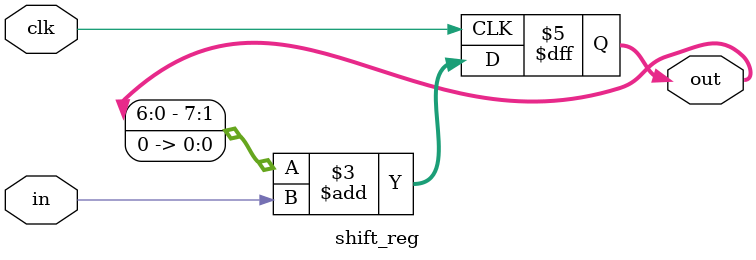
<source format=v>
module shift_reg(
        input clk,
        input in,
        output reg [WIDTH-1:0] out = 0
        );

parameter WIDTH = 8;

always @(posedge clk)
begin
        out = (out << 1) + in;
end

endmodule

</source>
